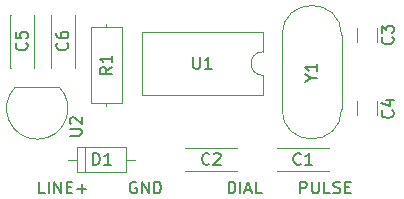
<source format=gbr>
G04 #@! TF.FileFunction,Legend,Top*
%FSLAX46Y46*%
G04 Gerber Fmt 4.6, Leading zero omitted, Abs format (unit mm)*
G04 Created by KiCad (PCBNEW 4.0.7) date 04/04/19 07:33:12*
%MOMM*%
%LPD*%
G01*
G04 APERTURE LIST*
%ADD10C,0.100000*%
%ADD11C,0.150000*%
%ADD12C,0.120000*%
G04 APERTURE END LIST*
D10*
D11*
X90209952Y-97353381D02*
X90209952Y-96353381D01*
X90590905Y-96353381D01*
X90686143Y-96401000D01*
X90733762Y-96448619D01*
X90781381Y-96543857D01*
X90781381Y-96686714D01*
X90733762Y-96781952D01*
X90686143Y-96829571D01*
X90590905Y-96877190D01*
X90209952Y-96877190D01*
X91209952Y-96353381D02*
X91209952Y-97162905D01*
X91257571Y-97258143D01*
X91305190Y-97305762D01*
X91400428Y-97353381D01*
X91590905Y-97353381D01*
X91686143Y-97305762D01*
X91733762Y-97258143D01*
X91781381Y-97162905D01*
X91781381Y-96353381D01*
X92733762Y-97353381D02*
X92257571Y-97353381D01*
X92257571Y-96353381D01*
X93019476Y-97305762D02*
X93162333Y-97353381D01*
X93400429Y-97353381D01*
X93495667Y-97305762D01*
X93543286Y-97258143D01*
X93590905Y-97162905D01*
X93590905Y-97067667D01*
X93543286Y-96972429D01*
X93495667Y-96924810D01*
X93400429Y-96877190D01*
X93209952Y-96829571D01*
X93114714Y-96781952D01*
X93067095Y-96734333D01*
X93019476Y-96639095D01*
X93019476Y-96543857D01*
X93067095Y-96448619D01*
X93114714Y-96401000D01*
X93209952Y-96353381D01*
X93448048Y-96353381D01*
X93590905Y-96401000D01*
X94019476Y-96829571D02*
X94352810Y-96829571D01*
X94495667Y-97353381D02*
X94019476Y-97353381D01*
X94019476Y-96353381D01*
X94495667Y-96353381D01*
X84137667Y-97353381D02*
X84137667Y-96353381D01*
X84375762Y-96353381D01*
X84518620Y-96401000D01*
X84613858Y-96496238D01*
X84661477Y-96591476D01*
X84709096Y-96781952D01*
X84709096Y-96924810D01*
X84661477Y-97115286D01*
X84613858Y-97210524D01*
X84518620Y-97305762D01*
X84375762Y-97353381D01*
X84137667Y-97353381D01*
X85137667Y-97353381D02*
X85137667Y-96353381D01*
X85566238Y-97067667D02*
X86042429Y-97067667D01*
X85471000Y-97353381D02*
X85804333Y-96353381D01*
X86137667Y-97353381D01*
X86947191Y-97353381D02*
X86471000Y-97353381D01*
X86471000Y-96353381D01*
X76327096Y-96401000D02*
X76231858Y-96353381D01*
X76089001Y-96353381D01*
X75946143Y-96401000D01*
X75850905Y-96496238D01*
X75803286Y-96591476D01*
X75755667Y-96781952D01*
X75755667Y-96924810D01*
X75803286Y-97115286D01*
X75850905Y-97210524D01*
X75946143Y-97305762D01*
X76089001Y-97353381D01*
X76184239Y-97353381D01*
X76327096Y-97305762D01*
X76374715Y-97258143D01*
X76374715Y-96924810D01*
X76184239Y-96924810D01*
X76803286Y-97353381D02*
X76803286Y-96353381D01*
X77374715Y-97353381D01*
X77374715Y-96353381D01*
X77850905Y-97353381D02*
X77850905Y-96353381D01*
X78089000Y-96353381D01*
X78231858Y-96401000D01*
X78327096Y-96496238D01*
X78374715Y-96591476D01*
X78422334Y-96781952D01*
X78422334Y-96924810D01*
X78374715Y-97115286D01*
X78327096Y-97210524D01*
X78231858Y-97305762D01*
X78089000Y-97353381D01*
X77850905Y-97353381D01*
X68580191Y-97353381D02*
X68104000Y-97353381D01*
X68104000Y-96353381D01*
X68913524Y-97353381D02*
X68913524Y-96353381D01*
X69389714Y-97353381D02*
X69389714Y-96353381D01*
X69961143Y-97353381D01*
X69961143Y-96353381D01*
X70437333Y-96829571D02*
X70770667Y-96829571D01*
X70913524Y-97353381D02*
X70437333Y-97353381D01*
X70437333Y-96353381D01*
X70913524Y-96353381D01*
X71342095Y-96972429D02*
X72104000Y-96972429D01*
X71723048Y-97353381D02*
X71723048Y-96591476D01*
D12*
X72477000Y-89697000D02*
X75097000Y-89697000D01*
X75097000Y-89697000D02*
X75097000Y-83277000D01*
X75097000Y-83277000D02*
X72477000Y-83277000D01*
X72477000Y-83277000D02*
X72477000Y-89697000D01*
X73787000Y-89952000D02*
X73787000Y-89697000D01*
X73787000Y-83022000D02*
X73787000Y-83277000D01*
X69094000Y-86705000D02*
X69094000Y-82285000D01*
X71114000Y-86705000D02*
X71114000Y-82285000D01*
X69094000Y-86705000D02*
X69108000Y-86705000D01*
X71100000Y-86705000D02*
X71114000Y-86705000D01*
X69094000Y-82285000D02*
X69108000Y-82285000D01*
X71100000Y-82285000D02*
X71114000Y-82285000D01*
X65665000Y-86705000D02*
X65665000Y-82285000D01*
X67685000Y-86705000D02*
X67685000Y-82285000D01*
X65665000Y-86705000D02*
X65679000Y-86705000D01*
X67671000Y-86705000D02*
X67685000Y-86705000D01*
X65665000Y-82285000D02*
X65679000Y-82285000D01*
X67671000Y-82285000D02*
X67685000Y-82285000D01*
X92674000Y-95498000D02*
X88254000Y-95498000D01*
X92674000Y-93478000D02*
X88254000Y-93478000D01*
X92674000Y-95498000D02*
X92674000Y-95484000D01*
X92674000Y-93492000D02*
X92674000Y-93478000D01*
X88254000Y-95498000D02*
X88254000Y-95484000D01*
X88254000Y-93492000D02*
X88254000Y-93478000D01*
X96746000Y-89563000D02*
X96746000Y-90737000D01*
X95024000Y-89563000D02*
X95024000Y-90737000D01*
X95024000Y-84554000D02*
X95024000Y-83380000D01*
X96746000Y-84554000D02*
X96746000Y-83380000D01*
X80427000Y-93478000D02*
X84847000Y-93478000D01*
X80427000Y-95498000D02*
X84847000Y-95498000D01*
X80427000Y-93478000D02*
X80427000Y-93492000D01*
X80427000Y-95484000D02*
X80427000Y-95498000D01*
X84847000Y-93478000D02*
X84847000Y-93492000D01*
X84847000Y-95484000D02*
X84847000Y-95498000D01*
X71346000Y-93428000D02*
X71346000Y-95548000D01*
X71346000Y-95548000D02*
X75466000Y-95548000D01*
X75466000Y-95548000D02*
X75466000Y-93428000D01*
X75466000Y-93428000D02*
X71346000Y-93428000D01*
X70576000Y-94488000D02*
X71346000Y-94488000D01*
X76236000Y-94488000D02*
X75466000Y-94488000D01*
X72006000Y-93428000D02*
X72006000Y-95548000D01*
X87055000Y-87360000D02*
G75*
G02X87055000Y-85360000I0J1000000D01*
G01*
X87055000Y-85360000D02*
X87055000Y-83710000D01*
X87055000Y-83710000D02*
X76775000Y-83710000D01*
X76775000Y-83710000D02*
X76775000Y-89010000D01*
X76775000Y-89010000D02*
X87055000Y-89010000D01*
X87055000Y-89010000D02*
X87055000Y-87360000D01*
X88661000Y-90220000D02*
X88661000Y-83970000D01*
X93711000Y-90220000D02*
X93711000Y-83970000D01*
X93711000Y-90220000D02*
G75*
G02X88661000Y-90220000I-2525000J0D01*
G01*
X93711000Y-83970000D02*
G75*
G03X88661000Y-83970000I-2525000J0D01*
G01*
X69745000Y-88320000D02*
X66145000Y-88320000D01*
X69783478Y-88331522D02*
G75*
G02X67945000Y-92770000I-1838478J-1838478D01*
G01*
X66106522Y-88331522D02*
G75*
G03X67945000Y-92770000I1838478J-1838478D01*
G01*
D11*
X74239381Y-86653666D02*
X73763190Y-86987000D01*
X74239381Y-87225095D02*
X73239381Y-87225095D01*
X73239381Y-86844142D01*
X73287000Y-86748904D01*
X73334619Y-86701285D01*
X73429857Y-86653666D01*
X73572714Y-86653666D01*
X73667952Y-86701285D01*
X73715571Y-86748904D01*
X73763190Y-86844142D01*
X73763190Y-87225095D01*
X74239381Y-85701285D02*
X74239381Y-86272714D01*
X74239381Y-85987000D02*
X73239381Y-85987000D01*
X73382238Y-86082238D01*
X73477476Y-86177476D01*
X73525095Y-86272714D01*
X70461143Y-84621666D02*
X70508762Y-84669285D01*
X70556381Y-84812142D01*
X70556381Y-84907380D01*
X70508762Y-85050238D01*
X70413524Y-85145476D01*
X70318286Y-85193095D01*
X70127810Y-85240714D01*
X69984952Y-85240714D01*
X69794476Y-85193095D01*
X69699238Y-85145476D01*
X69604000Y-85050238D01*
X69556381Y-84907380D01*
X69556381Y-84812142D01*
X69604000Y-84669285D01*
X69651619Y-84621666D01*
X69556381Y-83764523D02*
X69556381Y-83955000D01*
X69604000Y-84050238D01*
X69651619Y-84097857D01*
X69794476Y-84193095D01*
X69984952Y-84240714D01*
X70365905Y-84240714D01*
X70461143Y-84193095D01*
X70508762Y-84145476D01*
X70556381Y-84050238D01*
X70556381Y-83859761D01*
X70508762Y-83764523D01*
X70461143Y-83716904D01*
X70365905Y-83669285D01*
X70127810Y-83669285D01*
X70032571Y-83716904D01*
X69984952Y-83764523D01*
X69937333Y-83859761D01*
X69937333Y-84050238D01*
X69984952Y-84145476D01*
X70032571Y-84193095D01*
X70127810Y-84240714D01*
X67032143Y-84621666D02*
X67079762Y-84669285D01*
X67127381Y-84812142D01*
X67127381Y-84907380D01*
X67079762Y-85050238D01*
X66984524Y-85145476D01*
X66889286Y-85193095D01*
X66698810Y-85240714D01*
X66555952Y-85240714D01*
X66365476Y-85193095D01*
X66270238Y-85145476D01*
X66175000Y-85050238D01*
X66127381Y-84907380D01*
X66127381Y-84812142D01*
X66175000Y-84669285D01*
X66222619Y-84621666D01*
X66127381Y-83716904D02*
X66127381Y-84193095D01*
X66603571Y-84240714D01*
X66555952Y-84193095D01*
X66508333Y-84097857D01*
X66508333Y-83859761D01*
X66555952Y-83764523D01*
X66603571Y-83716904D01*
X66698810Y-83669285D01*
X66936905Y-83669285D01*
X67032143Y-83716904D01*
X67079762Y-83764523D01*
X67127381Y-83859761D01*
X67127381Y-84097857D01*
X67079762Y-84193095D01*
X67032143Y-84240714D01*
X90257334Y-94845143D02*
X90209715Y-94892762D01*
X90066858Y-94940381D01*
X89971620Y-94940381D01*
X89828762Y-94892762D01*
X89733524Y-94797524D01*
X89685905Y-94702286D01*
X89638286Y-94511810D01*
X89638286Y-94368952D01*
X89685905Y-94178476D01*
X89733524Y-94083238D01*
X89828762Y-93988000D01*
X89971620Y-93940381D01*
X90066858Y-93940381D01*
X90209715Y-93988000D01*
X90257334Y-94035619D01*
X91209715Y-94940381D02*
X90638286Y-94940381D01*
X90924000Y-94940381D02*
X90924000Y-93940381D01*
X90828762Y-94083238D01*
X90733524Y-94178476D01*
X90638286Y-94226095D01*
X98020143Y-90336666D02*
X98067762Y-90384285D01*
X98115381Y-90527142D01*
X98115381Y-90622380D01*
X98067762Y-90765238D01*
X97972524Y-90860476D01*
X97877286Y-90908095D01*
X97686810Y-90955714D01*
X97543952Y-90955714D01*
X97353476Y-90908095D01*
X97258238Y-90860476D01*
X97163000Y-90765238D01*
X97115381Y-90622380D01*
X97115381Y-90527142D01*
X97163000Y-90384285D01*
X97210619Y-90336666D01*
X97448714Y-89479523D02*
X98115381Y-89479523D01*
X97067762Y-89717619D02*
X97782048Y-89955714D01*
X97782048Y-89336666D01*
X98020143Y-84113666D02*
X98067762Y-84161285D01*
X98115381Y-84304142D01*
X98115381Y-84399380D01*
X98067762Y-84542238D01*
X97972524Y-84637476D01*
X97877286Y-84685095D01*
X97686810Y-84732714D01*
X97543952Y-84732714D01*
X97353476Y-84685095D01*
X97258238Y-84637476D01*
X97163000Y-84542238D01*
X97115381Y-84399380D01*
X97115381Y-84304142D01*
X97163000Y-84161285D01*
X97210619Y-84113666D01*
X97115381Y-83780333D02*
X97115381Y-83161285D01*
X97496333Y-83494619D01*
X97496333Y-83351761D01*
X97543952Y-83256523D01*
X97591571Y-83208904D01*
X97686810Y-83161285D01*
X97924905Y-83161285D01*
X98020143Y-83208904D01*
X98067762Y-83256523D01*
X98115381Y-83351761D01*
X98115381Y-83637476D01*
X98067762Y-83732714D01*
X98020143Y-83780333D01*
X82510334Y-94845143D02*
X82462715Y-94892762D01*
X82319858Y-94940381D01*
X82224620Y-94940381D01*
X82081762Y-94892762D01*
X81986524Y-94797524D01*
X81938905Y-94702286D01*
X81891286Y-94511810D01*
X81891286Y-94368952D01*
X81938905Y-94178476D01*
X81986524Y-94083238D01*
X82081762Y-93988000D01*
X82224620Y-93940381D01*
X82319858Y-93940381D01*
X82462715Y-93988000D01*
X82510334Y-94035619D01*
X82891286Y-94035619D02*
X82938905Y-93988000D01*
X83034143Y-93940381D01*
X83272239Y-93940381D01*
X83367477Y-93988000D01*
X83415096Y-94035619D01*
X83462715Y-94130857D01*
X83462715Y-94226095D01*
X83415096Y-94368952D01*
X82843667Y-94940381D01*
X83462715Y-94940381D01*
X72667905Y-94940381D02*
X72667905Y-93940381D01*
X72906000Y-93940381D01*
X73048858Y-93988000D01*
X73144096Y-94083238D01*
X73191715Y-94178476D01*
X73239334Y-94368952D01*
X73239334Y-94511810D01*
X73191715Y-94702286D01*
X73144096Y-94797524D01*
X73048858Y-94892762D01*
X72906000Y-94940381D01*
X72667905Y-94940381D01*
X74191715Y-94940381D02*
X73620286Y-94940381D01*
X73906000Y-94940381D02*
X73906000Y-93940381D01*
X73810762Y-94083238D01*
X73715524Y-94178476D01*
X73620286Y-94226095D01*
X81153095Y-85812381D02*
X81153095Y-86621905D01*
X81200714Y-86717143D01*
X81248333Y-86764762D01*
X81343571Y-86812381D01*
X81534048Y-86812381D01*
X81629286Y-86764762D01*
X81676905Y-86717143D01*
X81724524Y-86621905D01*
X81724524Y-85812381D01*
X82724524Y-86812381D02*
X82153095Y-86812381D01*
X82438809Y-86812381D02*
X82438809Y-85812381D01*
X82343571Y-85955238D01*
X82248333Y-86050476D01*
X82153095Y-86098095D01*
X91162190Y-87598191D02*
X91638381Y-87598191D01*
X90638381Y-87931524D02*
X91162190Y-87598191D01*
X90638381Y-87264857D01*
X91638381Y-86407714D02*
X91638381Y-86979143D01*
X91638381Y-86693429D02*
X90638381Y-86693429D01*
X90781238Y-86788667D01*
X90876476Y-86883905D01*
X90924095Y-86979143D01*
X70699381Y-92455905D02*
X71508905Y-92455905D01*
X71604143Y-92408286D01*
X71651762Y-92360667D01*
X71699381Y-92265429D01*
X71699381Y-92074952D01*
X71651762Y-91979714D01*
X71604143Y-91932095D01*
X71508905Y-91884476D01*
X70699381Y-91884476D01*
X70794619Y-91455905D02*
X70747000Y-91408286D01*
X70699381Y-91313048D01*
X70699381Y-91074952D01*
X70747000Y-90979714D01*
X70794619Y-90932095D01*
X70889857Y-90884476D01*
X70985095Y-90884476D01*
X71127952Y-90932095D01*
X71699381Y-91503524D01*
X71699381Y-90884476D01*
M02*

</source>
